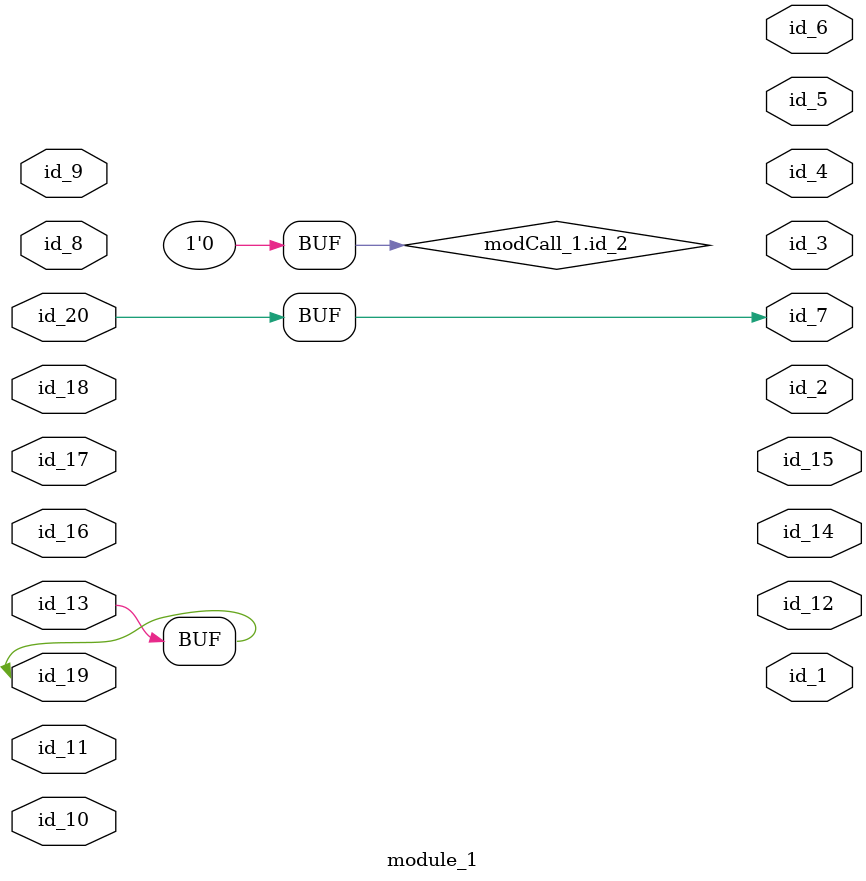
<source format=v>
module module_0 ();
  assign id_2 = 1 - -1'h0;
endmodule
module module_1 (
    id_1,
    id_2,
    id_3,
    id_4,
    id_5,
    id_6,
    id_7,
    id_8,
    id_9,
    id_10,
    id_11,
    id_12,
    id_13,
    id_14,
    id_15,
    id_16,
    id_17,
    id_18,
    id_19,
    id_20
);
  inout wire id_20;
  inout wire id_19;
  input wire id_18;
  input wire id_17;
  inout wire id_16;
  output wire id_15;
  output wire id_14;
  inout wire id_13;
  output wire id_12;
  inout wire id_11;
  input wire id_10;
  input wire id_9;
  input wire id_8;
  output wire id_7;
  output wire id_6;
  output wire id_5;
  output wire id_4;
  output wire id_3;
  output wire id_2;
  output wire id_1;
  wire id_21;
  module_0 modCall_1 ();
  assign modCall_1.id_2 = 0;
  initial id_7 <= id_20;
  assign id_13 = id_19;
endmodule

</source>
